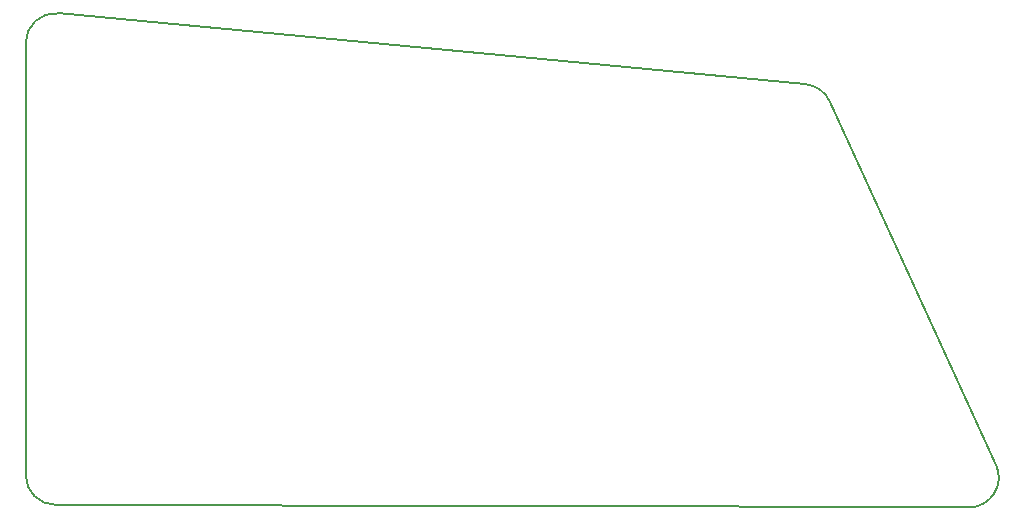
<source format=gm1>
G04 #@! TF.GenerationSoftware,KiCad,Pcbnew,5.0.2-bee76a0~70~ubuntu18.04.1*
G04 #@! TF.CreationDate,2019-02-11T21:35:21-05:00*
G04 #@! TF.ProjectId,dashboard_mk4_rev4,64617368-626f-4617-9264-5f6d6b345f72,6.0*
G04 #@! TF.SameCoordinates,Original*
G04 #@! TF.FileFunction,Profile,NP*
%FSLAX46Y46*%
G04 Gerber Fmt 4.6, Leading zero omitted, Abs format (unit mm)*
G04 Created by KiCad (PCBNEW 5.0.2-bee76a0~70~ubuntu18.04.1) date Mon 11 Feb 2019 09:35:21 PM EST*
%MOMM*%
%LPD*%
G01*
G04 APERTURE LIST*
%ADD10C,0.200000*%
G04 APERTURE END LIST*
D10*
X27984809Y-24070959D02*
G75*
G03X25204937Y-26599606I-239873J-2528647D01*
G01*
X93301308Y-31542726D02*
G75*
G03X91231371Y-30070666I-2309810J-1056588D01*
G01*
X91231371Y-30070666D02*
X27984809Y-24070957D01*
X93301307Y-31542727D02*
X107374242Y-62307618D01*
X105057216Y-65904196D02*
G75*
G03X107374242Y-62307618I7216J2539990D01*
G01*
X105057216Y-65904195D02*
X27737720Y-65684538D01*
X25204937Y-63144547D02*
X25204937Y-26599606D01*
X25204935Y-63144547D02*
G75*
G03X27737720Y-65684538I2540001J0D01*
G01*
M02*

</source>
